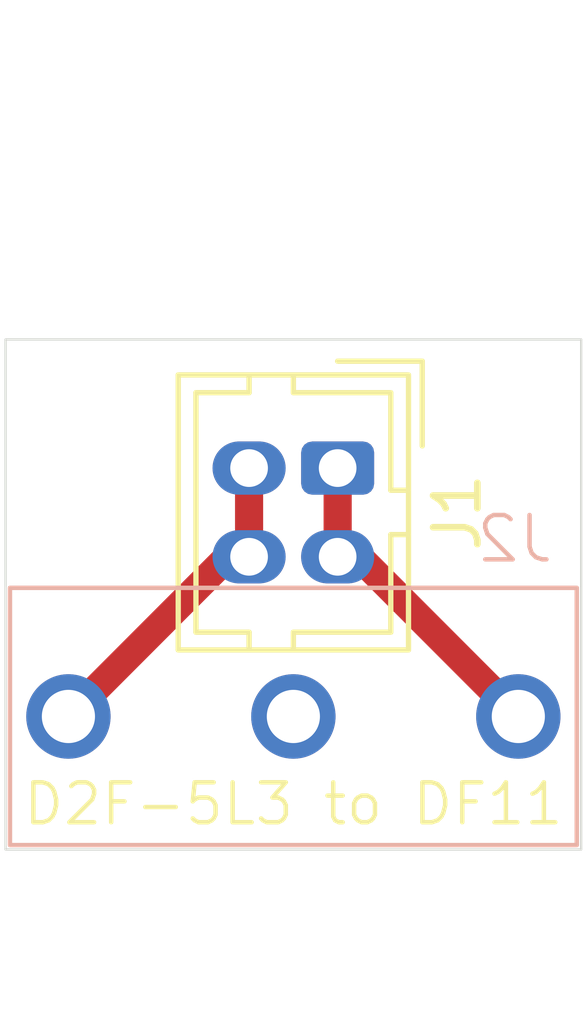
<source format=kicad_pcb>
(kicad_pcb (version 20241229) (generator "pcbnew") (generator_version "9.0")
  (layers (0 "F.Cu" signal) (2 "B.Cu" signal) (13 "F.Paste" user) (15 "B.Paste" user) (5 "F.SilkS" user "F.Silkscreen") (7 "B.SilkS" user "B.Silkscreen") (1 "F.Mask" user) (3 "B.Mask" user) (25 "Edge.Cuts" user))
  (net 0 "")
  (net 1 "V-")
  (net 2 "V+")
  (footprint "Connector_Hirose:Hirose_DF11-4DP-2DSA_2x02_P2.00mm_Vertical" (layer "F.Cu") (at 164 83.4 -90)
    (property "Reference" "J1" (at 1 -2.7 90) (layer "F.SilkS"))
    (property "Value" "Hirose_DF11-4DP-2DSA_2x02")
    (fp_line (start -2.1 3.6) (end 4.1 3.6) (stroke (width 0.12)) (layer "F.SilkS"))
    (fp_line (start 4.1 3.6) (end 4.1 -1.6) (stroke (width 0.12)) (layer "F.SilkS"))
    (fp_line (start -1.7 3.2) (end 3.7 3.2) (stroke (width 0.12)) (layer "F.SilkS"))
    (fp_line (start 3.7 3.2) (end 3.700001 2) (stroke (width 0.12)) (layer "F.SilkS"))
    (fp_line (start -2.1 2) (end -1.7 2) (stroke (width 0.12)) (layer "F.SilkS"))
    (fp_line (start -1.7 2) (end -1.7 3.2) (stroke (width 0.12)) (layer "F.SilkS"))
    (fp_line (start 3.700001 2) (end 4.1 2) (stroke (width 0.12)) (layer "F.SilkS"))
    (fp_line (start -2.1 1) (end -1.7 1) (stroke (width 0.12)) (layer "F.SilkS"))
    (fp_line (start -1.7 1) (end -1.7 -1.200001) (stroke (width 0.12)) (layer "F.SilkS"))
    (fp_line (start 3.7 1) (end 3.7 -1.2) (stroke (width 0.12)) (layer "F.SilkS"))
    (fp_line (start 4.1 1) (end 3.7 1) (stroke (width 0.12)) (layer "F.SilkS"))
    (fp_line (start -2.41 0) (end -2.41 -1.91) (stroke (width 0.12)) (layer "F.SilkS"))
    (fp_line (start 1.5 -1.2) (end 1.5 -1.6) (stroke (width 0.12)) (layer "F.SilkS"))
    (fp_line (start 3.7 -1.2) (end 1.5 -1.2) (stroke (width 0.12)) (layer "F.SilkS"))
    (fp_line (start -1.7 -1.200001) (end 0.5 -1.200001) (stroke (width 0.12)) (layer "F.SilkS"))
    (fp_line (start 0.5 -1.200001) (end 0.5 -1.6) (stroke (width 0.12)) (layer "F.SilkS"))
    (fp_line (start -2.1 -1.6) (end -2.1 3.6) (stroke (width 0.12)) (layer "F.SilkS"))
    (fp_line (start 4.1 -1.6) (end -2.1 -1.6) (stroke (width 0.12)) (layer "F.SilkS"))
    (fp_line (start -2.41 -1.91) (end -0.499999 -1.91) (stroke (width 0.12)) (layer "F.SilkS"))
    (pad "1" thru_hole roundrect (at 0 0 270) (size 1.2 1.65) (drill 0.85) (layers "*.Cu" "*.Mask") (roundrect_rratio 0.208333) (net 2 "V+"))
    (pad "2" thru_hole oval (at 0 2.000001 270) (size 1.2 1.65) (drill 0.85) (layers "*.Cu" "*.Mask") (net 1 "V-"))
    (pad "3" thru_hole oval (at 2.000001 0 270) (size 1.2 1.65) (drill 0.85) (layers "*.Cu" "*.Mask") (net 2 "V+"))
    (pad "4" thru_hole oval (at 2 2 270) (size 1.2 1.65) (drill 0.85) (layers "*.Cu" "*.Mask") (net 1 "V-"))
  )
  (footprint "proves-peripherals:D2F-5L3" (layer "B.Cu") (at 163 92 180)
    (property "Reference" "J2" (at -5 7 0) (layer "B.SilkS") (effects (font (thickness 0.1)) (justify mirror)))
    (property "Value" "D2F-5L3")
    (fp_poly (pts (xy -6.399999 5.9) (xy 6.399999 5.9) (xy 6.4 0.1) (xy -6.4 0.1)) (stroke (width 0.1)) (fill no) (layer "B.SilkS"))
    (pad "1" thru_hole circle (at -5.08 3 180) (size 1.905 1.905) (drill 1.2) (layers "*.Cu" "*.Mask") (net 2 "V+"))
    (pad "2" thru_hole circle (at 0 3 180) (size 1.905 1.905) (drill 1.2) (layers "*.Cu" "*.Mask"))
    (pad "3" thru_hole circle (at 5.08 3 180) (size 1.905 1.905) (drill 1.2) (layers "*.Cu" "*.Mask") (net 1 "V-"))
  )
  (gr_rect (start 156.5 80.5) (end 169.5 92) (stroke (width 0.05)) (fill no) (layer "Edge.Cuts"))
  (gr_text "D2F-5L3 to DF11" (at 163 91.5 0) (layer "F.SilkS") (effects (font (size 0.9 0.9) (thickness 0.1)) (justify bottom)))
  (segment (start 162 85.4) (end 161.52 85.4) (width 0.635) (layer "F.Cu") (net 1))
  (segment (start 161.52 85.4) (end 157.92 89) (width 0.635) (layer "F.Cu") (net 1))
  (segment (start 161.999999 85.399999) (end 162 85.4) (width 0.635) (layer "F.Cu") (net 1))
  (segment (start 161.999999 83.4) (end 161.999999 85.399999) (width 0.635) (layer "F.Cu") (net 1))
  (segment (start 164 85.400001) (end 164.480001 85.400001) (width 0.635) (layer "F.Cu") (net 2))
  (segment (start 164.480001 85.400001) (end 168.08 89) (width 0.635) (layer "F.Cu") (net 2))
  (segment (start 164 83.4) (end 164 85.400001) (width 0.635) (layer "F.Cu") (net 2))
)
</source>
